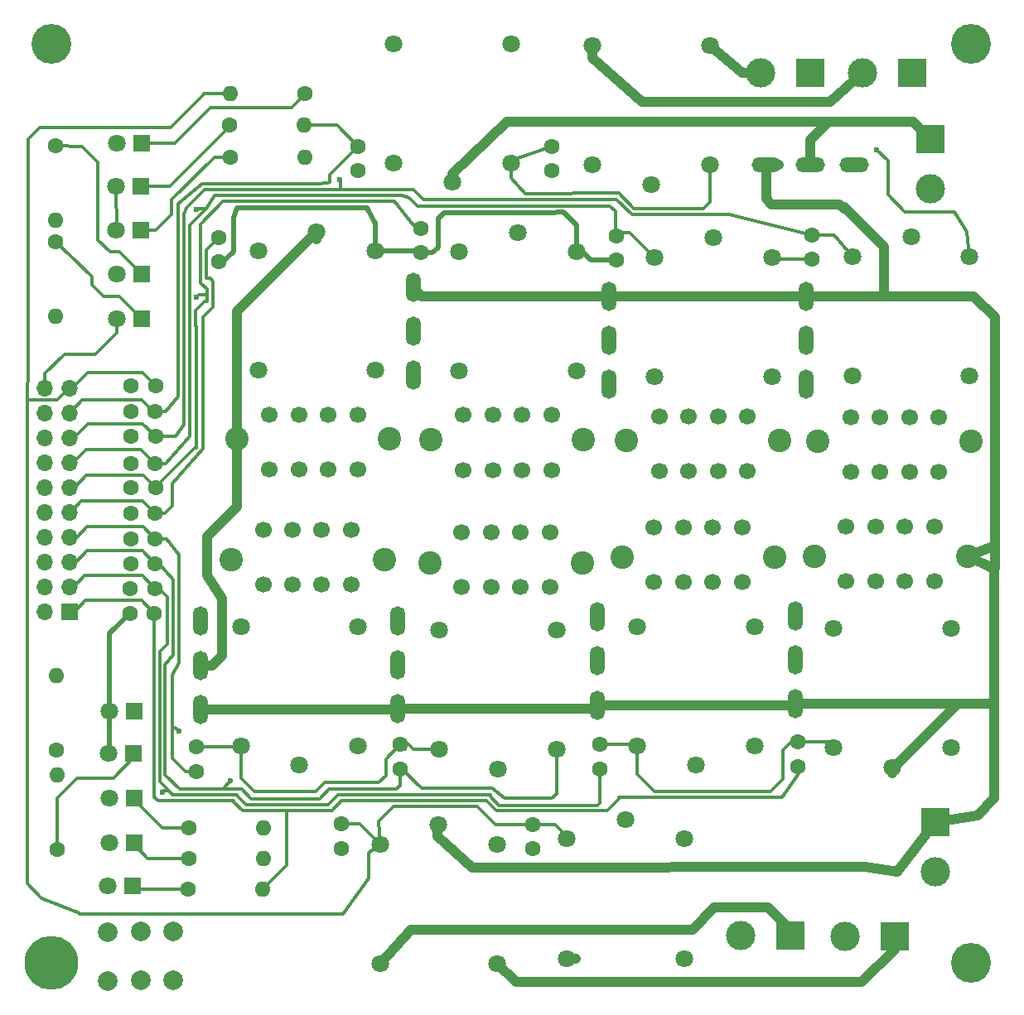
<source format=gbr>
G04 #@! TF.FileFunction,Copper,L2,Bot,Signal*
%FSLAX46Y46*%
G04 Gerber Fmt 4.6, Leading zero omitted, Abs format (unit mm)*
G04 Created by KiCad (PCBNEW 4.0.7) date 10/06/18 22:14:17*
%MOMM*%
%LPD*%
G01*
G04 APERTURE LIST*
%ADD10C,0.100000*%
%ADD11C,1.600000*%
%ADD12C,1.800000*%
%ADD13R,1.800000X1.800000*%
%ADD14O,1.600000X1.600000*%
%ADD15R,3.000000X3.000000*%
%ADD16C,3.000000*%
%ADD17C,4.064000*%
%ADD18C,5.500000*%
%ADD19O,1.500000X3.000000*%
%ADD20O,3.000000X1.500000*%
%ADD21R,1.700000X1.700000*%
%ADD22O,1.700000X1.700000*%
%ADD23C,2.000000*%
%ADD24C,1.700000*%
%ADD25C,2.400000*%
%ADD26C,0.600000*%
%ADD27C,1.000000*%
%ADD28C,0.350000*%
%ADD29C,0.500000*%
G04 APERTURE END LIST*
D10*
D11*
X63535560Y-111257080D03*
X61035560Y-111257080D03*
D12*
X112872000Y-124795800D03*
X112872000Y-112595800D03*
X124872000Y-112595800D03*
X118872000Y-126795800D03*
X124872000Y-124795800D03*
X86137000Y-74200500D03*
X86137000Y-86400500D03*
X74137000Y-86400500D03*
X80137000Y-72200500D03*
X74137000Y-74200500D03*
D13*
X61457840Y-130190240D03*
D12*
X58917840Y-130190240D03*
D11*
X53416200Y-63439040D03*
D14*
X53416200Y-71059040D03*
D13*
X61341000Y-139105640D03*
D12*
X58801000Y-139105640D03*
D13*
X61457840Y-134762240D03*
D12*
X58917840Y-134762240D03*
D15*
X143319500Y-132588000D03*
D16*
X143319500Y-137668000D03*
D15*
X130530600Y-56007000D03*
D16*
X125450600Y-56007000D03*
D11*
X129286000Y-126923800D03*
X129286000Y-124423800D03*
X109093000Y-127177800D03*
X109093000Y-124677800D03*
X88646000Y-127177800D03*
X88646000Y-124677800D03*
X67818000Y-127431800D03*
X67818000Y-124931800D03*
X70104000Y-72821800D03*
X70104000Y-75321800D03*
X90805000Y-71882000D03*
X90805000Y-74382000D03*
X110744000Y-72644000D03*
X110744000Y-75144000D03*
X130721100Y-72555100D03*
X130721100Y-75055100D03*
X104140000Y-63500000D03*
X104140000Y-66000000D03*
X82613500Y-132778500D03*
X82613500Y-135278500D03*
X78933040Y-58089800D03*
D14*
X71313040Y-58089800D03*
D15*
X141008100Y-56007000D03*
D16*
X135928100Y-56007000D03*
D17*
X147000000Y-53000000D03*
D18*
X53000000Y-147000000D03*
D17*
X147000000Y-147000000D03*
D11*
X71247000Y-61356240D03*
D14*
X78867000Y-61356240D03*
D13*
X61417200Y-125618240D03*
D12*
X58877200Y-125618240D03*
D13*
X61493400Y-121234200D03*
D12*
X58953400Y-121234200D03*
D13*
X62219840Y-81117440D03*
D12*
X59679840Y-81117440D03*
D13*
X62219840Y-76545440D03*
D12*
X59679840Y-76545440D03*
D13*
X62143640Y-72085200D03*
D12*
X59603640Y-72085200D03*
D11*
X66944240Y-139486640D03*
D14*
X74564240Y-139486640D03*
D11*
X67056000Y-136321800D03*
D14*
X74676000Y-136321800D03*
D11*
X67020440Y-133162040D03*
D14*
X74640440Y-133162040D03*
D11*
X53568600Y-135371840D03*
D14*
X53568600Y-127751840D03*
D11*
X53533040Y-125237240D03*
D14*
X53533040Y-117617240D03*
D11*
X53416200Y-73268840D03*
D14*
X53416200Y-80888840D03*
D11*
X71302880Y-64597280D03*
D14*
X78922880Y-64597280D03*
D19*
X130144520Y-83317080D03*
X130144520Y-78817080D03*
X130144520Y-87817080D03*
X110027720Y-83317080D03*
X110027720Y-78817080D03*
X110027720Y-87817080D03*
X89966800Y-82410300D03*
X89966800Y-77910300D03*
X89966800Y-86910300D03*
X88392000Y-116509800D03*
X88392000Y-121009800D03*
X88392000Y-112009800D03*
X108839000Y-116128800D03*
X108839000Y-120628800D03*
X108839000Y-111628800D03*
X129032000Y-116001800D03*
X129032000Y-120501800D03*
X129032000Y-111501800D03*
D13*
X62138560Y-67614800D03*
D12*
X59598560Y-67614800D03*
D13*
X62194440Y-63144400D03*
D12*
X59654440Y-63144400D03*
D19*
X68224400Y-116560600D03*
X68224400Y-121060600D03*
X68224400Y-112060600D03*
D15*
X139192000Y-144272000D03*
D16*
X134112000Y-144272000D03*
D15*
X128524000Y-144208500D03*
D16*
X123444000Y-144208500D03*
D15*
X142875000Y-62738000D03*
D16*
X142875000Y-67818000D03*
D20*
X130556000Y-65405000D03*
X126056000Y-65405000D03*
X135056000Y-65405000D03*
D21*
X54864000Y-111061500D03*
D22*
X52324000Y-111061500D03*
X54864000Y-108521500D03*
X52324000Y-108521500D03*
X54864000Y-105981500D03*
X52324000Y-105981500D03*
X54864000Y-103441500D03*
X52324000Y-103441500D03*
X54864000Y-100901500D03*
X52324000Y-100901500D03*
X54864000Y-98361500D03*
X52324000Y-98361500D03*
X54864000Y-95821500D03*
X52324000Y-95821500D03*
X54864000Y-93281500D03*
X52324000Y-93281500D03*
X54864000Y-90741500D03*
X52324000Y-90741500D03*
X54864000Y-88201500D03*
X52324000Y-88201500D03*
D12*
X117696500Y-134335000D03*
X117696500Y-146535000D03*
X105696500Y-146535000D03*
X111696500Y-132335000D03*
X105696500Y-134335000D03*
X98583000Y-134893800D03*
X98583000Y-147093800D03*
X86583000Y-147093800D03*
X92583000Y-132893800D03*
X86583000Y-134893800D03*
X108300000Y-65372500D03*
X108300000Y-53172500D03*
X120300000Y-53172500D03*
X114300000Y-67372500D03*
X120300000Y-65372500D03*
X132950700Y-125024400D03*
X132950700Y-112824400D03*
X144950700Y-112824400D03*
X138950700Y-127024400D03*
X144950700Y-125024400D03*
X72359000Y-124795800D03*
X72359000Y-112595800D03*
X84359000Y-112595800D03*
X78359000Y-126795800D03*
X84359000Y-124795800D03*
X106672900Y-74289400D03*
X106672900Y-86489400D03*
X94672900Y-86489400D03*
X100672900Y-72289400D03*
X94672900Y-74289400D03*
X146855700Y-74772000D03*
X146855700Y-86972000D03*
X134855700Y-86972000D03*
X140855700Y-72772000D03*
X134855700Y-74772000D03*
X87980000Y-65182000D03*
X87980000Y-52982000D03*
X99980000Y-52982000D03*
X93980000Y-67182000D03*
X99980000Y-65182000D03*
X126675400Y-74822800D03*
X126675400Y-87022800D03*
X114675400Y-87022800D03*
X120675400Y-72822800D03*
X114675400Y-74822800D03*
X92628200Y-125192040D03*
X92628200Y-112992040D03*
X104628200Y-112992040D03*
X98628200Y-127192040D03*
X104628200Y-125192040D03*
D11*
X102171500Y-132842000D03*
X102171500Y-135342000D03*
X84328000Y-63500000D03*
X84328000Y-66000000D03*
X63652400Y-88011000D03*
X61152400Y-88011000D03*
X63601600Y-90627200D03*
X61101600Y-90627200D03*
X63652400Y-93141800D03*
X61152400Y-93141800D03*
X63601600Y-95935800D03*
X61101600Y-95935800D03*
X63652400Y-98399600D03*
X61152400Y-98399600D03*
X63601600Y-101041200D03*
X61101600Y-101041200D03*
X63627000Y-103632000D03*
X61127000Y-103632000D03*
X63627000Y-106146600D03*
X61127000Y-106146600D03*
X63591440Y-108686600D03*
X61091440Y-108686600D03*
D17*
X53000000Y-53000000D03*
D23*
X58790840Y-148859240D03*
X58790840Y-143859240D03*
D24*
X114595900Y-108029000D03*
X117595900Y-108029000D03*
X120595900Y-108029000D03*
X123595900Y-108029000D03*
X114595900Y-102426000D03*
X117595900Y-102426000D03*
X120595900Y-102426000D03*
X123595900Y-102426000D03*
D25*
X111341900Y-105537000D03*
X126961900Y-105537000D03*
D24*
X134242800Y-107952800D03*
X137242800Y-107952800D03*
X140242800Y-107952800D03*
X143242800Y-107952800D03*
X134242800Y-102349800D03*
X137242800Y-102349800D03*
X140242800Y-102349800D03*
X143242800Y-102349800D03*
D25*
X130988800Y-105460800D03*
X146608800Y-105460800D03*
D24*
X94949000Y-108562400D03*
X97949000Y-108562400D03*
X100949000Y-108562400D03*
X103949000Y-108562400D03*
X94949000Y-102959400D03*
X97949000Y-102959400D03*
X100949000Y-102959400D03*
X103949000Y-102959400D03*
D25*
X91695000Y-106070400D03*
X107315000Y-106070400D03*
D24*
X74641700Y-108283000D03*
X77641700Y-108283000D03*
X80641700Y-108283000D03*
X83641700Y-108283000D03*
X74641700Y-102680000D03*
X77641700Y-102680000D03*
X80641700Y-102680000D03*
X83641700Y-102680000D03*
D25*
X71387700Y-105791000D03*
X87007700Y-105791000D03*
D24*
X84311500Y-90916500D03*
X81311500Y-90916500D03*
X78311500Y-90916500D03*
X75311500Y-90916500D03*
X84311500Y-96519500D03*
X81311500Y-96519500D03*
X78311500Y-96519500D03*
X75311500Y-96519500D03*
D25*
X87565500Y-93408500D03*
X71945500Y-93408500D03*
D24*
X104123500Y-90980000D03*
X101123500Y-90980000D03*
X98123500Y-90980000D03*
X95123500Y-90980000D03*
X104123500Y-96583000D03*
X101123500Y-96583000D03*
X98123500Y-96583000D03*
X95123500Y-96583000D03*
D25*
X107377500Y-93472000D03*
X91757500Y-93472000D03*
D24*
X124151400Y-91119700D03*
X121151400Y-91119700D03*
X118151400Y-91119700D03*
X115151400Y-91119700D03*
X124151400Y-96722700D03*
X121151400Y-96722700D03*
X118151400Y-96722700D03*
X115151400Y-96722700D03*
D25*
X127405400Y-93611700D03*
X111785400Y-93611700D03*
D24*
X143696700Y-91195900D03*
X140696700Y-91195900D03*
X137696700Y-91195900D03*
X134696700Y-91195900D03*
X143696700Y-96798900D03*
X140696700Y-96798900D03*
X137696700Y-96798900D03*
X134696700Y-96798900D03*
D25*
X146950700Y-93687900D03*
X131330700Y-93687900D03*
D23*
X62191900Y-148805900D03*
X62191900Y-143805900D03*
X65417700Y-148780500D03*
X65417700Y-143780500D03*
D26*
X64373760Y-129529840D03*
X71323200Y-128397000D03*
X66029840Y-123291600D03*
X67838320Y-78930500D03*
X67787520Y-69961760D03*
X82448400Y-66868040D03*
X137350500Y-63817500D03*
D27*
X71945500Y-84455000D02*
X71945500Y-80392000D01*
X71945500Y-80392000D02*
X80137000Y-72200500D01*
X71945500Y-93408500D02*
X71945500Y-84455000D01*
X68889983Y-103936033D02*
X68889983Y-103385517D01*
X71945500Y-100330000D02*
X71945500Y-93408500D01*
X68889983Y-103385517D02*
X71945500Y-100330000D01*
X68224400Y-116560600D02*
X69451220Y-116573300D01*
X69451220Y-116573300D02*
X70408800Y-115615720D01*
X70408800Y-115615720D02*
X70408800Y-109778800D01*
X70408800Y-109778800D02*
X68884800Y-107340400D01*
X68884800Y-107340400D02*
X68889983Y-103936033D01*
X80137000Y-72200500D02*
X80137000Y-73025000D01*
D28*
X77071663Y-131682972D02*
X77071663Y-136979217D01*
X77071663Y-136979217D02*
X74564240Y-139486640D01*
X108978700Y-131445000D02*
X109778800Y-131445000D01*
X110985300Y-130238500D02*
X110985300Y-130098800D01*
X109778800Y-131445000D02*
X110985300Y-130238500D01*
X98475800Y-131445000D02*
X97459800Y-130429000D01*
X108978700Y-131445000D02*
X98475800Y-131445000D01*
X71640700Y-130429000D02*
X71640700Y-130530600D01*
X74510900Y-131457700D02*
X74510900Y-131406900D01*
X72567800Y-131457700D02*
X74510900Y-131457700D01*
X71640700Y-130530600D02*
X72567800Y-131457700D01*
X79959200Y-131407000D02*
X81699000Y-131407000D01*
X82727800Y-130429000D02*
X97459800Y-130429000D01*
X79959200Y-131407000D02*
X77148955Y-131407000D01*
X81699000Y-131407000D02*
X82677000Y-130429000D01*
X82677000Y-130429000D02*
X82727800Y-130429000D01*
X74510900Y-131406900D02*
X77148955Y-131406900D01*
X77148955Y-131406900D02*
X77148955Y-131407000D01*
X129286000Y-127762000D02*
X129286000Y-126923800D01*
X127660400Y-130098800D02*
X129286000Y-127762000D01*
X110985300Y-130098800D02*
X127660400Y-130098800D01*
X54864000Y-111061500D02*
X55377080Y-111061500D01*
X55377080Y-111061500D02*
X56494680Y-109943900D01*
X56494680Y-109943900D02*
X62222380Y-109943900D01*
X62222380Y-109943900D02*
X63535560Y-111257080D01*
X77148955Y-131407000D02*
X77071663Y-131682972D01*
X75011280Y-139039600D02*
X74564240Y-139486640D01*
X63535560Y-128605280D02*
X63535560Y-130042920D01*
X64738312Y-130413760D02*
X64778286Y-130373786D01*
X63906400Y-130413760D02*
X64738312Y-130413760D01*
X63535560Y-130042920D02*
X63906400Y-130413760D01*
X63535560Y-111257080D02*
X63535560Y-128605280D01*
X64778286Y-130373786D02*
X69910960Y-130429000D01*
X69910960Y-130429000D02*
X71640700Y-130429000D01*
X97878900Y-129794000D02*
X97878900Y-130009900D01*
X109054900Y-130619500D02*
X109054900Y-129324100D01*
X108779402Y-130894998D02*
X109054900Y-130619500D01*
X98763998Y-130894998D02*
X108779402Y-130894998D01*
X97878900Y-130009900D02*
X98763998Y-130894998D01*
X81267300Y-130848100D02*
X82321400Y-129794000D01*
X72898000Y-130848100D02*
X81267300Y-130848100D01*
X54864000Y-108521500D02*
X55262780Y-108521500D01*
X55262780Y-108521500D02*
X56410860Y-107373420D01*
X56410860Y-107373420D02*
X62278260Y-107373420D01*
X62278260Y-107373420D02*
X63591440Y-108686600D01*
X63591440Y-108686600D02*
X63982600Y-108686600D01*
X63982600Y-108686600D02*
X64833500Y-109537500D01*
X64833500Y-109537500D02*
X64833500Y-114427000D01*
X64833500Y-114427000D02*
X64085562Y-115174938D01*
X64085562Y-115174938D02*
X64085562Y-128474562D01*
X82321400Y-129794000D02*
X97878900Y-129794000D01*
X109054900Y-129324100D02*
X109093000Y-129286000D01*
X109093000Y-129286000D02*
X109093000Y-127177800D01*
X71945500Y-129794000D02*
X71945500Y-129895600D01*
X71945500Y-129895600D02*
X72898000Y-130848100D01*
X64373760Y-129529840D02*
X64262000Y-129529840D01*
X64262000Y-129529840D02*
X64399160Y-129392680D01*
X64399160Y-129392680D02*
X65003680Y-129392680D01*
X64085562Y-128474562D02*
X65003680Y-129392680D01*
X65003680Y-129392680D02*
X65405000Y-129794000D01*
X65405000Y-129794000D02*
X71945500Y-129794000D01*
X97955100Y-129171700D02*
X98082100Y-129171700D01*
X104628200Y-129699500D02*
X104628200Y-128117600D01*
X104152700Y-130175000D02*
X104628200Y-129699500D01*
X99339400Y-130175000D02*
X104152700Y-130175000D01*
X98082100Y-129171700D02*
X99339400Y-130175000D01*
X88646000Y-127177800D02*
X88798400Y-127177800D01*
X88798400Y-127177800D02*
X90893900Y-129171700D01*
X90893900Y-129171700D02*
X97955100Y-129171700D01*
X104628200Y-128117600D02*
X104628200Y-125192040D01*
X72453500Y-129243998D02*
X72462298Y-129243998D01*
X80441800Y-130200400D02*
X81398202Y-129243998D01*
X73418700Y-130200400D02*
X80441800Y-130200400D01*
X72462298Y-129243998D02*
X73418700Y-130200400D01*
X54864000Y-105981500D02*
X55511700Y-105981500D01*
X55511700Y-105981500D02*
X56662320Y-104830880D01*
X56662320Y-104830880D02*
X62311280Y-104830880D01*
X62311280Y-104830880D02*
X63627000Y-106146600D01*
X70713600Y-129006600D02*
X70713600Y-129243998D01*
X71323200Y-128397000D02*
X70713600Y-129006600D01*
X63627000Y-106146600D02*
X64046100Y-106146600D01*
X64046100Y-106146600D02*
X65468500Y-107759500D01*
X65468500Y-107759500D02*
X65468500Y-115506500D01*
X65468500Y-115506500D02*
X64635564Y-116529936D01*
X64635564Y-116529936D02*
X64635564Y-127754564D01*
X64635564Y-127754564D02*
X66124998Y-129243998D01*
X66124998Y-129243998D02*
X70713600Y-129243998D01*
X70713600Y-129243998D02*
X70718680Y-129243998D01*
X70718680Y-129243998D02*
X72453500Y-129243998D01*
X81398202Y-129243998D02*
X88243502Y-129243998D01*
X88243502Y-129243998D02*
X88646000Y-128841500D01*
X88646000Y-128841500D02*
X88646000Y-127177800D01*
X54864000Y-103441500D02*
X55592980Y-103441500D01*
X55592980Y-103441500D02*
X56634380Y-102400100D01*
X56634380Y-102400100D02*
X62395100Y-102400100D01*
X62395100Y-102400100D02*
X63627000Y-103632000D01*
X65648840Y-122910600D02*
X65341500Y-122910600D01*
X66029840Y-123291600D02*
X65648840Y-122910600D01*
X63627000Y-103632000D02*
X64770000Y-103632000D01*
X66725800Y-127431800D02*
X67818000Y-127431800D01*
X65341500Y-126047500D02*
X66725800Y-127431800D01*
X65341500Y-117538500D02*
X65341500Y-122463560D01*
X65341500Y-122463560D02*
X65341500Y-122910600D01*
X65341500Y-122910600D02*
X65341500Y-123332240D01*
X65341500Y-123332240D02*
X65341500Y-126047500D01*
X66065400Y-116344700D02*
X65341500Y-117538500D01*
X66065400Y-105295700D02*
X66065400Y-116344700D01*
X64770000Y-103632000D02*
X66065400Y-105295700D01*
X69545200Y-79735680D02*
X69545200Y-79969360D01*
X68519040Y-82864960D02*
X68525482Y-82864960D01*
X68519040Y-80995520D02*
X68519040Y-82864960D01*
X69545200Y-79969360D02*
X68519040Y-80995520D01*
X54864000Y-100901500D02*
X54919880Y-100901500D01*
X54919880Y-100901500D02*
X56075580Y-99745800D01*
X56075580Y-99745800D02*
X62306200Y-99745800D01*
X62306200Y-99745800D02*
X63601600Y-101041200D01*
X68835362Y-77002640D02*
X69235320Y-77002640D01*
X69545200Y-77312520D02*
X69545200Y-79735680D01*
X69235320Y-77002640D02*
X69545200Y-77312520D01*
X63601600Y-101041200D02*
X64566800Y-101041200D01*
X68525482Y-94456158D02*
X68525482Y-82864960D01*
X65379600Y-97942400D02*
X68525482Y-94456158D01*
X65379600Y-100228400D02*
X65379600Y-97942400D01*
X64566800Y-101041200D02*
X65379600Y-100228400D01*
X68835362Y-74090438D02*
X70104000Y-72821800D01*
X68835362Y-77002640D02*
X68835362Y-74090438D01*
X63601600Y-101041200D02*
X64211200Y-101041200D01*
X68900040Y-79329280D02*
X68681600Y-79329280D01*
X67706240Y-81889600D02*
X67812920Y-81889600D01*
X67706240Y-80304640D02*
X67706240Y-81889600D01*
X68681600Y-79329280D02*
X67706240Y-80304640D01*
X67812920Y-81889600D02*
X67812920Y-92928440D01*
X67812920Y-92928440D02*
X67812920Y-94188280D01*
X67812920Y-94188280D02*
X67812920Y-94325440D01*
X67812920Y-94325440D02*
X67812920Y-94188280D01*
X54864000Y-98361500D02*
X55336440Y-98361500D01*
X55336440Y-98361500D02*
X56550560Y-97147380D01*
X56550560Y-97147380D02*
X62400180Y-97147380D01*
X62400180Y-97147380D02*
X63652400Y-98399600D01*
X68089780Y-78679040D02*
X68900040Y-78679040D01*
X67838320Y-78930500D02*
X68089780Y-78679040D01*
X68285360Y-77424280D02*
X68285360Y-77449680D01*
X68900040Y-78064360D02*
X68900040Y-78679040D01*
X68900040Y-78679040D02*
X68900040Y-79329280D01*
X68285360Y-77449680D02*
X68900040Y-78064360D01*
X68285360Y-76403200D02*
X68285360Y-77424280D01*
X63652400Y-98399600D02*
X63652400Y-98348800D01*
X63652400Y-98348800D02*
X67812920Y-94188280D01*
X68285360Y-76403200D02*
X68285360Y-71470520D01*
X68285360Y-71470520D02*
X70500240Y-69108320D01*
X70500240Y-69108320D02*
X88046560Y-69108320D01*
X88046560Y-69108320D02*
X89966800Y-71582280D01*
X89966800Y-71582280D02*
X90632280Y-71709280D01*
X90632280Y-71709280D02*
X90805000Y-71882000D01*
X54864000Y-95821500D02*
X55222140Y-95821500D01*
X55222140Y-95821500D02*
X56522620Y-94521020D01*
X56522620Y-94521020D02*
X62186820Y-94521020D01*
X62186820Y-94521020D02*
X63601600Y-95935800D01*
X67787520Y-69961760D02*
X67909851Y-69839429D01*
X67909851Y-69839429D02*
X68852892Y-69839429D01*
X88839040Y-68503800D02*
X89560400Y-68732400D01*
X110096300Y-69596000D02*
X110629700Y-70129400D01*
X90424000Y-69596000D02*
X110096300Y-69596000D01*
X89560400Y-68732400D02*
X90424000Y-69596000D01*
X110629700Y-72288400D02*
X112141000Y-72288400D01*
X112141000Y-72288400D02*
X114675400Y-74822800D01*
X63601600Y-95935800D02*
X64719200Y-95935800D01*
X110629700Y-70129400D02*
X110629700Y-72288400D01*
X69662040Y-68503800D02*
X88839040Y-68503800D01*
X67142360Y-71546720D02*
X68852892Y-69839429D01*
X68852892Y-69839429D02*
X69662040Y-68503800D01*
X67142360Y-93172280D02*
X67142360Y-71546720D01*
X64719200Y-95935800D02*
X67142360Y-93172280D01*
X110586520Y-68897500D02*
X110751620Y-68897500D01*
X112346740Y-70457060D02*
X122288300Y-70457060D01*
X110751620Y-68897500D02*
X112346740Y-70457060D01*
X122288300Y-70457060D02*
X130721100Y-72555100D01*
X54864000Y-93281500D02*
X55331360Y-93281500D01*
X55331360Y-93281500D02*
X56774080Y-91838780D01*
X56774080Y-91838780D02*
X62349380Y-91838780D01*
X62349380Y-91838780D02*
X63652400Y-93141800D01*
X66553080Y-70429120D02*
X66802000Y-69789040D01*
X69306440Y-67909440D02*
X69342000Y-67945000D01*
X68681600Y-67909440D02*
X69306440Y-67909440D01*
X66802000Y-69789040D02*
X68681600Y-67909440D01*
X82524600Y-66944240D02*
X82524600Y-67945000D01*
X82448400Y-66868040D02*
X82524600Y-66944240D01*
X130721100Y-72555100D02*
X132994400Y-72555100D01*
X132994400Y-72555100D02*
X134843000Y-74772000D01*
X134843000Y-74772000D02*
X134855700Y-74772000D01*
X63652400Y-93141800D02*
X65671700Y-93141800D01*
X91059000Y-68897500D02*
X110586520Y-68897500D01*
X90043000Y-67945000D02*
X91059000Y-68897500D01*
X69342000Y-67945000D02*
X82524600Y-67945000D01*
X82524600Y-67945000D02*
X90043000Y-67945000D01*
X66553080Y-91955620D02*
X66553080Y-70429120D01*
X65671700Y-93141800D02*
X66553080Y-91955620D01*
X112872000Y-124795800D02*
X112872000Y-127680200D01*
X127797560Y-125257560D02*
X128631320Y-124423800D01*
X127797560Y-128193800D02*
X127797560Y-125257560D01*
X126517400Y-129473960D02*
X127797560Y-128193800D01*
X114665760Y-129473960D02*
X126517400Y-129473960D01*
X112872000Y-127680200D02*
X114665760Y-129473960D01*
X128631320Y-124423800D02*
X129286000Y-124423800D01*
X129286000Y-124423800D02*
X132350100Y-124423800D01*
X132350100Y-124423800D02*
X132950700Y-125024400D01*
X109093000Y-124677800D02*
X112754000Y-124677800D01*
X112754000Y-124677800D02*
X112872000Y-124795800D01*
X88646000Y-124677800D02*
X89473400Y-124677800D01*
X89987640Y-125192040D02*
X92628200Y-125192040D01*
X89473400Y-124677800D02*
X89987640Y-125192040D01*
X72359000Y-124795800D02*
X72359000Y-128101840D01*
X87172800Y-126151000D02*
X88646000Y-124677800D01*
X87172800Y-127828040D02*
X87172800Y-126151000D01*
X86451440Y-128549400D02*
X87172800Y-127828040D01*
X80924400Y-128549400D02*
X86451440Y-128549400D01*
X80010000Y-129463800D02*
X80924400Y-128549400D01*
X73720960Y-129463800D02*
X80010000Y-129463800D01*
X72359000Y-128101840D02*
X73720960Y-129463800D01*
X67818000Y-124931800D02*
X72223000Y-124931800D01*
X72223000Y-124931800D02*
X72359000Y-124795800D01*
D29*
X106672900Y-74289400D02*
X107248440Y-74289400D01*
X107248440Y-74289400D02*
X108103040Y-75144000D01*
X108103040Y-75144000D02*
X110744000Y-75144000D01*
X90805000Y-74382000D02*
X91962600Y-74382000D01*
X106672900Y-71544862D02*
X106672900Y-74289400D01*
X105349040Y-70221002D02*
X106672900Y-71544862D01*
X103840280Y-70251482D02*
X105349040Y-70221002D01*
X93172118Y-70251482D02*
X103840280Y-70251482D01*
X92506800Y-70871080D02*
X93172118Y-70251482D01*
X92506800Y-73837800D02*
X92506800Y-70871080D01*
X91962600Y-74382000D02*
X92506800Y-73837800D01*
X86137000Y-74200500D02*
X90623500Y-74200500D01*
X90623500Y-74200500D02*
X90805000Y-74382000D01*
X70104000Y-75321800D02*
X70530080Y-75321800D01*
X70530080Y-75321800D02*
X71592440Y-74259440D01*
X86137000Y-71354200D02*
X86137000Y-74200500D01*
X85277960Y-69753480D02*
X86137000Y-71354200D01*
X71948040Y-69753480D02*
X85277960Y-69753480D01*
X71592440Y-70830440D02*
X71948040Y-69753480D01*
X71592440Y-74259440D02*
X71592440Y-70830440D01*
D28*
X59679840Y-81117440D02*
X59679840Y-82539840D01*
X59679840Y-82539840D02*
X57485280Y-84734400D01*
X70104000Y-75321800D02*
X70588500Y-75321800D01*
X138493500Y-68453000D02*
X138493500Y-64960500D01*
X140208000Y-70167500D02*
X138493500Y-68453000D01*
X138493500Y-64960500D02*
X137350500Y-63817500D01*
X146855700Y-74772000D02*
X146596100Y-72275700D01*
X146596100Y-72275700D02*
X145288000Y-70167500D01*
X145288000Y-70167500D02*
X140208000Y-70167500D01*
X52324000Y-88201500D02*
X52324000Y-86746080D01*
X54335680Y-84734400D02*
X57485280Y-84734400D01*
X52324000Y-86746080D02*
X54335680Y-84734400D01*
X59598560Y-67614800D02*
X59654440Y-72034400D01*
X59654440Y-72034400D02*
X59603640Y-72085200D01*
D29*
X58953400Y-121234200D02*
X58953400Y-125542040D01*
X58953400Y-125542040D02*
X58877200Y-125618240D01*
X61035560Y-111257080D02*
X61020960Y-111257080D01*
X61020960Y-111257080D02*
X58953400Y-113324640D01*
X58953400Y-113324640D02*
X58953400Y-121234200D01*
D28*
X58877200Y-121310400D02*
X58953400Y-121234200D01*
X67954000Y-124795800D02*
X67818000Y-124931800D01*
X89160240Y-125192040D02*
X88646000Y-124677800D01*
X109211000Y-124795800D02*
X109093000Y-124677800D01*
X132950700Y-125024400D02*
X132870460Y-125024400D01*
X132870460Y-125024400D02*
X132295260Y-124449200D01*
X86137000Y-74200500D02*
X86137000Y-73830700D01*
X86191500Y-74255000D02*
X86137000Y-74200500D01*
X106672900Y-74289400D02*
X106342700Y-74289400D01*
X107171900Y-74788400D02*
X106672900Y-74289400D01*
X126675400Y-74822800D02*
X126675400Y-74987900D01*
X130721100Y-75055100D02*
X126907700Y-75055100D01*
X126907700Y-75055100D02*
X126675400Y-74822800D01*
X59664600Y-67655440D02*
X59557920Y-67655440D01*
D27*
X108300000Y-53172500D02*
X108300000Y-54452000D01*
X132554980Y-58933080D02*
X135928100Y-56007000D01*
X113339880Y-58933080D02*
X132554980Y-58933080D01*
X108300000Y-54452000D02*
X113339880Y-58933080D01*
X135928100Y-56007000D02*
X135928100Y-55156100D01*
X125450600Y-56007000D02*
X123579000Y-56007000D01*
X123579000Y-56007000D02*
X120300000Y-53172500D01*
D28*
X66944240Y-139486640D02*
X61722000Y-139486640D01*
X61722000Y-139486640D02*
X61341000Y-139105640D01*
X66639440Y-139181840D02*
X66944240Y-139486640D01*
X61457840Y-134762240D02*
X61457840Y-134914640D01*
X61457840Y-134914640D02*
X62865000Y-136321800D01*
X62865000Y-136321800D02*
X67056000Y-136321800D01*
X61457840Y-130190240D02*
X61457840Y-130302000D01*
X61457840Y-130302000D02*
X64317880Y-133162040D01*
X64317880Y-133162040D02*
X67020440Y-133162040D01*
X61457840Y-130190240D02*
X61457840Y-130342640D01*
X61417200Y-125618240D02*
X61417200Y-125999240D01*
X61417200Y-125999240D02*
X59324240Y-128092200D01*
X59324240Y-128092200D02*
X55631080Y-128092200D01*
X55631080Y-128092200D02*
X53568600Y-130154680D01*
X53568600Y-130154680D02*
X53568600Y-135371840D01*
X53416200Y-73268840D02*
X54874160Y-74584560D01*
X59984640Y-78882240D02*
X62219840Y-81117440D01*
X58379360Y-78882240D02*
X59984640Y-78882240D01*
X57119520Y-77622400D02*
X58379360Y-78882240D01*
X57119520Y-76829920D02*
X57119520Y-77622400D01*
X54874160Y-74584560D02*
X57119520Y-76829920D01*
X53416200Y-63439040D02*
X56098440Y-63474600D01*
X59984640Y-74310240D02*
X62219840Y-76545440D01*
X59029600Y-74310240D02*
X59984640Y-74310240D01*
X57769760Y-73050400D02*
X59029600Y-74310240D01*
X57769760Y-65145920D02*
X57769760Y-73050400D01*
X56098440Y-63474600D02*
X57769760Y-65145920D01*
X62143640Y-72085200D02*
X63667640Y-72085200D01*
X69672200Y-64597280D02*
X71302880Y-64597280D01*
X65303400Y-68966080D02*
X69672200Y-64597280D01*
X65303400Y-70449440D02*
X65303400Y-68966080D01*
X63667640Y-72085200D02*
X65303400Y-70449440D01*
X62143640Y-72085200D02*
X62829440Y-72085200D01*
X68564760Y-58089800D02*
X68564760Y-58201560D01*
X65186560Y-61579760D02*
X62057280Y-61579760D01*
X68564760Y-58201560D02*
X65186560Y-61579760D01*
X51856640Y-61579760D02*
X50673000Y-62763400D01*
X50546000Y-87693500D02*
X50546000Y-89448640D01*
X50673000Y-62763400D02*
X50673000Y-84714080D01*
X50673000Y-87566500D02*
X50546000Y-87693500D01*
X50673000Y-84714080D02*
X50673000Y-87566500D01*
X62057280Y-61579760D02*
X51856640Y-61579760D01*
X71313040Y-58089800D02*
X68564760Y-58089800D01*
X95681800Y-130979002D02*
X96536602Y-130979002D01*
X98399600Y-132842000D02*
X102171500Y-132842000D01*
X96536602Y-130979002D02*
X98399600Y-132842000D01*
X86583000Y-134893800D02*
X86456000Y-132492000D01*
X87968998Y-130979002D02*
X89281000Y-130979002D01*
X86456000Y-132492000D02*
X87968998Y-130979002D01*
X54864000Y-88201500D02*
X54810660Y-88201500D01*
X54810660Y-88201500D02*
X53563520Y-89448640D01*
X53563520Y-89448640D02*
X50546000Y-89448640D01*
X54864000Y-88201500D02*
X55130700Y-88201500D01*
X55130700Y-88201500D02*
X56690260Y-86641940D01*
X62283340Y-86641940D02*
X63652400Y-88011000D01*
X56690260Y-86641940D02*
X62283340Y-86641940D01*
X50546000Y-134670800D02*
X50546000Y-138887200D01*
X55905400Y-141927580D02*
X55905400Y-141991080D01*
X52031900Y-140373100D02*
X55905400Y-141927580D01*
X50546000Y-138887200D02*
X52031900Y-140373100D01*
X50546000Y-131495800D02*
X50546000Y-134670800D01*
X85445600Y-135726400D02*
X86583000Y-134893800D01*
X85445600Y-138353800D02*
X85445600Y-135726400D01*
X82829400Y-141991080D02*
X85445600Y-138353800D01*
X55905400Y-141991080D02*
X82829400Y-141991080D01*
X50546000Y-89448640D02*
X50546000Y-131495800D01*
X102171500Y-132842000D02*
X104457500Y-132842000D01*
X104457500Y-132842000D02*
X105696500Y-134081000D01*
X105696500Y-134081000D02*
X105696500Y-134335000D01*
X89281000Y-130979002D02*
X95681800Y-130979002D01*
X82613500Y-132778500D02*
X84518500Y-132778500D01*
X84518500Y-132778500D02*
X86583000Y-134893800D01*
X78867000Y-61356240D02*
X82184240Y-61356240D01*
X82184240Y-61356240D02*
X84328000Y-63500000D01*
X110977680Y-68275200D02*
X110990380Y-68275200D01*
X99980000Y-66706000D02*
X101473000Y-68326000D01*
X101473000Y-68326000D02*
X110977680Y-68275200D01*
X99980000Y-65182000D02*
X99980000Y-66706000D01*
X110990380Y-68275200D02*
X112542320Y-69827140D01*
X112542320Y-69827140D02*
X119639080Y-69877940D01*
X119639080Y-69877940D02*
X120300000Y-69217020D01*
X120300000Y-69217020D02*
X120300000Y-65372500D01*
X63601600Y-90627200D02*
X63385700Y-90627200D01*
X63385700Y-90627200D02*
X62194440Y-89435940D01*
X56169560Y-89435940D02*
X54864000Y-90741500D01*
X62194440Y-89435940D02*
X56169560Y-89435940D01*
X63601600Y-90627200D02*
X64673480Y-90627200D01*
X81417160Y-66410840D02*
X84328000Y-63500000D01*
X81417160Y-67167760D02*
X81417160Y-66410840D01*
X81305400Y-67279520D02*
X81417160Y-67167760D01*
X68409820Y-67315080D02*
X80058260Y-67315080D01*
X80058260Y-67315080D02*
X81305400Y-67279520D01*
X65968880Y-69372480D02*
X68409820Y-67315080D01*
X65968880Y-89052400D02*
X65968880Y-69372480D01*
X64673480Y-90627200D02*
X65968880Y-89052400D01*
X104140000Y-63500000D02*
X100392000Y-64770000D01*
X100392000Y-64770000D02*
X99980000Y-65182000D01*
X71247000Y-61356240D02*
X71247000Y-61493400D01*
X71247000Y-61493400D02*
X65125600Y-67614800D01*
X65125600Y-67614800D02*
X62138560Y-67614800D01*
X62138560Y-67614800D02*
X62357000Y-67614800D01*
X70073520Y-59568080D02*
X69235320Y-59568080D01*
X65659000Y-63144400D02*
X62194440Y-63144400D01*
X69235320Y-59568080D02*
X65659000Y-63144400D01*
X78933040Y-58089800D02*
X78933040Y-58196480D01*
X78933040Y-58196480D02*
X77561440Y-59568080D01*
X77561440Y-59568080D02*
X70073520Y-59568080D01*
X62311280Y-63144400D02*
X62194440Y-63144400D01*
D27*
X138950700Y-127024400D02*
X139132040Y-127024400D01*
X139132040Y-127024400D02*
X145654640Y-120501800D01*
X149440900Y-102946200D02*
X149440900Y-106591100D01*
X149440900Y-106591100D02*
X149352000Y-106680000D01*
X126056000Y-65405000D02*
X126056000Y-68863600D01*
X134010400Y-69850000D02*
X134010400Y-69702680D01*
X133561600Y-69401200D02*
X134010400Y-69850000D01*
X126593600Y-69401200D02*
X133561600Y-69401200D01*
X126056000Y-68863600D02*
X126593600Y-69401200D01*
X138071860Y-73764140D02*
X138071860Y-78531148D01*
X138071860Y-78531148D02*
X138355356Y-78814644D01*
X138430000Y-120501800D02*
X145654640Y-120501800D01*
X145654640Y-120501800D02*
X149352000Y-120501800D01*
X149250400Y-120802400D02*
X149352000Y-120802400D01*
X149250400Y-120650000D02*
X149250400Y-120802400D01*
X149352000Y-120548400D02*
X149250400Y-120650000D01*
X149352000Y-120501800D02*
X149352000Y-120548400D01*
X138950700Y-127024400D02*
X138950700Y-127596900D01*
X143319500Y-132588000D02*
X147637500Y-131889500D01*
X149352000Y-129794000D02*
X149352000Y-120802400D01*
X147637500Y-131889500D02*
X149352000Y-130175000D01*
X149352000Y-130175000D02*
X149352000Y-129794000D01*
X136183882Y-137172515D02*
X139490821Y-137686679D01*
X139490821Y-137686679D02*
X143319500Y-132588000D01*
X96050975Y-137280836D02*
X136183882Y-137172515D01*
X149352000Y-120802400D02*
X149352000Y-106680000D01*
X149352000Y-106680000D02*
X146608800Y-105460800D01*
X92583000Y-132893800D02*
X92456000Y-134048500D01*
X92456000Y-134048500D02*
X96050975Y-137280836D01*
X126056000Y-65405000D02*
X127375920Y-65405000D01*
X134010400Y-69702680D02*
X138071860Y-73764140D01*
X130144520Y-78817080D02*
X138355356Y-78814644D01*
X138355356Y-78814644D02*
X139364720Y-78814344D01*
X139364720Y-78814344D02*
X147265000Y-78812000D01*
X149440900Y-104305100D02*
X146608800Y-105460800D01*
X149440900Y-80987900D02*
X149440900Y-102946200D01*
X149440900Y-102946200D02*
X149440900Y-104305100D01*
X147265000Y-78812000D02*
X149440900Y-80987900D01*
X110027720Y-78817080D02*
X90868500Y-78812000D01*
X90868500Y-78812000D02*
X89966800Y-77910300D01*
X130144520Y-78817080D02*
X110027720Y-78817080D01*
X68224400Y-121060600D02*
X88328500Y-121073300D01*
X88328500Y-121073300D02*
X88392000Y-121009800D01*
X88392000Y-121009800D02*
X108458000Y-121009800D01*
X108458000Y-121009800D02*
X108839000Y-120628800D01*
X108839000Y-120628800D02*
X128905000Y-120628800D01*
X128905000Y-120628800D02*
X129032000Y-120501800D01*
X138430000Y-120501800D02*
X129032000Y-120501800D01*
X139192000Y-144272000D02*
X139192000Y-145605500D01*
X139192000Y-145605500D02*
X135826500Y-148971000D01*
X135826500Y-148971000D02*
X100511000Y-148971000D01*
X100511000Y-148971000D02*
X98583000Y-147093800D01*
X121351040Y-141351000D02*
X120782080Y-141351000D01*
X105272840Y-143601440D02*
X105272840Y-143637000D01*
X118531640Y-143601440D02*
X105272840Y-143601440D01*
X120782080Y-141351000D02*
X118531640Y-143601440D01*
X128524000Y-144208500D02*
X128524000Y-143637000D01*
X128524000Y-143637000D02*
X126238000Y-141351000D01*
X126238000Y-141351000D02*
X121351040Y-141351000D01*
X105272840Y-143637000D02*
X89735000Y-143637000D01*
X89735000Y-143637000D02*
X86583000Y-147093800D01*
X105696500Y-146535000D02*
X106576000Y-146535000D01*
X130556000Y-65405000D02*
X130556000Y-62801500D01*
X130556000Y-62801500D02*
X132397500Y-60960000D01*
X132397500Y-60960000D02*
X132270500Y-60960000D01*
X93980000Y-67182000D02*
X93980000Y-66294000D01*
X93980000Y-66294000D02*
X99568000Y-60960000D01*
X99568000Y-60960000D02*
X132270500Y-60960000D01*
X132270500Y-60960000D02*
X141097000Y-60960000D01*
X141097000Y-60960000D02*
X142875000Y-62738000D01*
M02*

</source>
